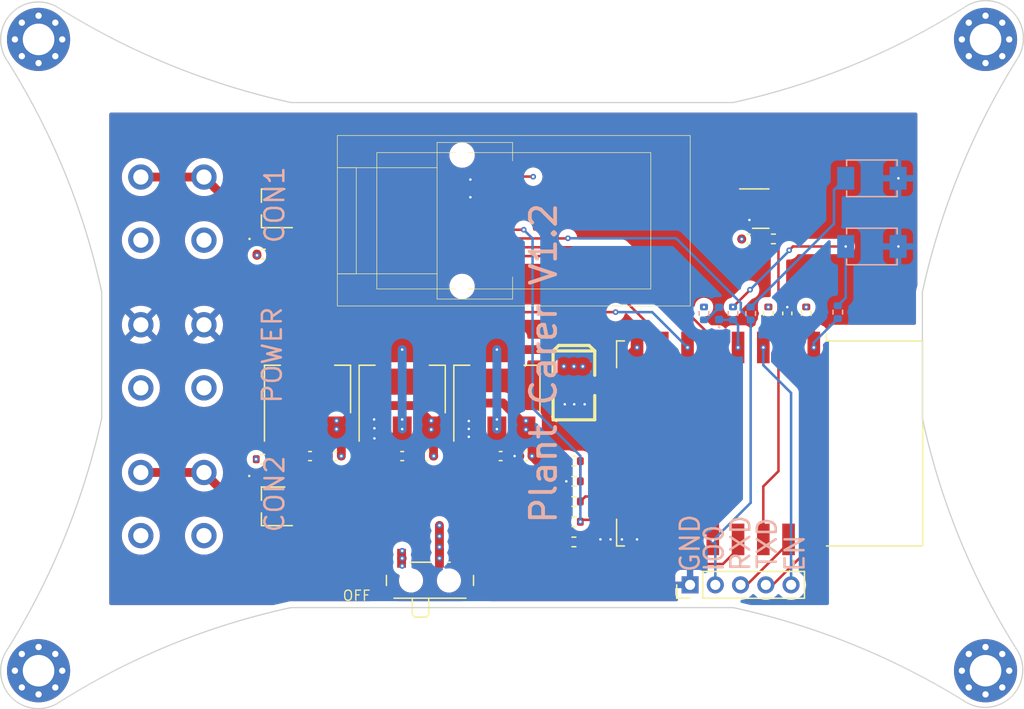
<source format=kicad_pcb>
(kicad_pcb (version 20211014) (generator pcbnew)
  (layers (0 "F.Cu" signal) (1 "In1.Cu" signal) (2 "In2.Cu" signal) (31 "B.Cu" signal) (34 "B.Paste" user) (35 "F.Paste" user) (36 "B.SilkS" user "B.Silkscreen") (37 "F.SilkS" user "F.Silkscreen") (38 "B.Mask" user) (39 "F.Mask" user) (44 "Edge.Cuts" user))
  (net 0 "")
  (net 1 "+3V3")
  (net 2 "GND")
  (net 3 "Net-(C11-Pad1)")
  (net 4 "/nRST")
  (net 5 "/control1")
  (net 6 "/GPIO16")
  (net 7 "Net-(D1-Pad2)")
  (net 8 "Net-(D2-Pad2)")
  (net 11 "/GPIO13")
  (net 12 "/GPIO14")
  (net 13 "/GPIO0")
  (net 14 "/GPIO2")
  (net 16 "Net-(J1-Pad11)")
  (net 17 "/RXD")
  (net 18 "/TXD")
  (net 19 "+BATT")
  (net 20 "/control")
  (net 21 "Net-(Q1-Pad1)")
  (net 22 "Net-(D3-Pad2)")
  (net 23 "/EN")
  (net 24 "/GPIO4")
  (net 25 "Net-(R5-Pad2)")
  (net 26 "Net-(R7-Pad2)")
  (net 27 "/GPIO15")
  (net 28 "/GPIO5")
  (net 29 "/ADC")
  (net 31 "/GPIO12")
  (net 38 "/POWER/ADC")
  (footprint "MountingHole:MountingHole_2.5mm_Pad_Via" (layer "F.Cu") (at 140 125)
    (fp_text reference "H2" hide)
    (fp_text value "MountingHole" hide)
    (pad "1" thru_hole circle (at -1.325825 1.325825) (size 0.8 0.8) (drill 0.5) (layers *.Cu *.Mask))
    (pad "1" thru_hole circle (at 1.875 0) (size 0.8 0.8) (drill 0.5) (layers *.Cu *.Mask))
    (pad "1" thru_hole circle (at -1.875 0) (size 0.8 0.8) (drill 0.5) (layers *.Cu *.Mask))
    (pad "1" thru_hole circle (at 0 -1.875) (size 0.8 0.8) (drill 0.5) (layers *.Cu *.Mask))
    (pad "1" thru_hole circle (at 0 1.875) (size 0.8 0.8) (drill 0.5) (layers *.Cu *.Mask))
    (pad "1" thru_hole circle (at 0 0) (size 5 5) (drill 2.5) (layers *.Cu *.Mask))
    (pad "1" thru_hole circle (at 1.325825 -1.325825) (size 0.8 0.8) (drill 0.5) (layers *.Cu *.Mask))
    (pad "1" thru_hole circle (at -1.325825 -1.325825) (size 0.8 0.8) (drill 0.5) (layers *.Cu *.Mask))
    (pad "1" thru_hole circle (at 1.325825 1.325825) (size 0.8 0.8) (drill 0.5) (layers *.Cu *.Mask))
  )
  (footprint "Resistor_SMD:R_0402_1005Metric" (layer "F.Cu") (at 122.8 96.7 90)
    (fp_text reference "R4" hide)
    (fp_text value "12K" hide)
    (pad "1" smd roundrect (at -0.51 0 90) (size 0.54 0.64) (layers "F.Cu" "F.Paste" "F.Mask") (net 23 "/EN"))
    (pad "2" smd roundrect (at 0.51 0 90) (size 0.54 0.64) (layers "F.Cu" "F.Paste" "F.Mask") (net 1 "+3V3"))
  )
  (footprint "My-lib-footprints:Connect_push_5mm" (layer "F.Cu") (at 75.6 88.4 -90)
    (fp_text reference "J3" hide)
    (fp_text value "Conn_01x02_Female" hide)
    (pad "1" thru_hole circle (at -2.5 2.5 270) (size 2 2) (drill 1.2) (layers *.Cu *.Mask) (net 5 "/control1"))
    (pad "1" thru_hole circle (at -2.5 -2.5 270) (size 2 2) (drill 1.2) (layers *.Cu *.Mask) (net 5 "/control1"))
    (pad "2" thru_hole circle (at 2.5 2.5 270) (size 2 2) (drill 1.2) (layers *.Cu *.Mask) (net 19 "+BATT"))
    (pad "2" thru_hole circle (at 2.5 -2.5 270) (size 2 2) (drill 1.2) (layers *.Cu *.Mask) (net 19 "+BATT"))
  )
  (footprint "Resistor_SMD:R_0402_1005Metric" (layer "F.Cu") (at 82.75 108.25)
    (fp_text reference "R11" hide)
    (fp_text value "12K" hide)
    (pad "1" smd roundrect (at -0.51 0) (size 0.54 0.64) (layers "F.Cu" "F.Paste" "F.Mask") (net 19 "+BATT"))
    (pad "2" smd roundrect (at 0.51 0) (size 0.54 0.64) (layers "F.Cu" "F.Paste" "F.Mask") (net 8 "Net-(D2-Pad2)"))
  )
  (footprint "Package_TO_SOT_SMD:SOT-223-3_TabPin2" (layer "F.Cu") (at 101.3 102.715 90)
    (fp_text reference "U1" hide)
    (fp_text value "AMS1117-3.3" hide)
    (pad "1" smd rect (at -3.15 -2.3 90) (size 2 1.5) (layers "F.Cu" "F.Paste" "F.Mask") (net 2 "GND"))
    (pad "2" smd rect (at 3.15 0 90) (size 2 3.8) (layers "F.Cu" "F.Paste" "F.Mask") (net 1 "+3V3"))
    (pad "2" smd rect (at -3.15 0 90) (size 2 1.5) (layers "F.Cu" "F.Paste" "F.Mask") (net 1 "+3V3"))
    (pad "3" smd rect (at -3.15 2.3 90) (size 2 1.5) (layers "F.Cu" "F.Paste" "F.Mask") (net 3 "Net-(C11-Pad1)"))
  )
  (footprint "Package_TO_SOT_SMD:TSOT-23" (layer "F.Cu") (at 83.6 112 180)
    (fp_text reference "Q4" hide)
    (fp_text value "Q_NMOS_GSD" hide)
    (pad "1" smd rect (at -1.31 -0.95 180) (size 1.22 0.65) (layers "F.Cu" "F.Paste" "F.Mask") (net 24 "/GPIO4"))
    (pad "2" smd rect (at -1.31 0.95 180) (size 1.22 0.65) (layers "F.Cu" "F.Paste" "F.Mask") (net 2 "GND"))
    (pad "3" smd rect (at 1.31 0 180) (size 1.22 0.65) (layers "F.Cu" "F.Paste" "F.Mask") (net 20 "/control"))
  )
  (footprint "Resistor_SMD:R_0402_1005Metric" (layer "F.Cu") (at 107.4 108.4 180)
    (fp_text reference "R15" hide)
    (fp_text value "330k" hide)
    (pad "1" smd roundrect (at -0.51 0 180) (size 0.54 0.64) (layers "F.Cu" "F.Paste" "F.Mask") (net 38 "/POWER/ADC"))
    (pad "2" smd roundrect (at 0.51 0 180) (size 0.54 0.64) (layers "F.Cu" "F.Paste" "F.Mask") (net 3 "Net-(C11-Pad1)"))
  )
  (footprint "RF_Module:ESP-12E" (layer "F.Cu") (at 122.9 107 -90)
    (fp_text reference "U2" hide)
    (fp_text value "ESP-12E" hide)
    (pad "1" smd rect (at -7.6 -3.5 270) (size 2.5 1) (layers "F.Cu" "F.Paste" "F.Mask") (net 4 "/nRST"))
    (pad "2" smd rect (at -7.6 -1.5 270) (size 2.5 1) (layers "F.Cu" "F.Paste" "F.Mask") (net 29 "/ADC"))
    (pad "3" smd rect (at -7.6 0.5 270) (size 2.5 1) (layers "F.Cu" "F.Paste" "F.Mask") (net 23 "/EN"))
    (pad "4" smd rect (at -7.6 2.5 270) (size 2.5 1) (layers "F.Cu" "F.Paste" "F.Mask") (net 6 "/GPIO16"))
    (pad "5" smd rect (at -7.6 4.5 270) (size 2.5 1) (layers "F.Cu" "F.Paste" "F.Mask") (net 12 "/GPIO14"))
    (pad "6" smd rect (at -7.6 6.5 270) (size 2.5 1) (layers "F.Cu" "F.Paste" "F.Mask") (net 31 "/GPIO12"))
    (pad "7" smd rect (at -7.6 8.5 270) (size 2.5 1) (layers "F.Cu" "F.Paste" "F.Mask") (net 11 "/GPIO13"))
    (pad "8" smd rect (at -7.6 10.5 270) (size 2.5 1) (layers "F.Cu" "F.Paste" "F.Mask") (net 1 "+3V3"))
    (pad "9" smd rect (at -5 12 270) (size 1 1.8) (layers "F.Cu" "F.Paste" "F.Mask"))
    (pad "10" smd rect (at -3 12 270) (size 1 1.8) (layers "F.Cu" "F.Paste" "F.Mask"))
    (pad "11" smd rect (at -1 12 270) (size 1 1.8) (layers "F.Cu" "F.Paste" "F.Mask"))
    (pad "12" smd rect (at 1 12 270) (size 1 1.8) (layers "F.Cu" "F.Paste" "F.Mask"))
    (pad "13" smd rect (at 3 12 270) (size 1 1.8) (layers "F.Cu" "F.Paste" "F.Mask"))
    (pad "14" smd rect (at 5 12 270) (size 1 1.8) (layers "F.Cu" "F.Paste" "F.Mask"))
    (pad "15" smd rect (at 7.6 10.5 270) (size 2.5 1) (layers "F.Cu" "F.Paste" "F.Mask") (net 2 "GND"))
    (pad "16" smd rect (at 7.6 8.5 270) (size 2.5 1) (layers "F.Cu" "F.Paste" "F.Mask") (net 27 "/GPIO15"))
    (pad "17" smd rect (at 7.6 6.5 270) (size 2.5 1) (layers "F.Cu" "F.Paste" "F.Mask") (net 14 "/GPIO2"))
    (pad "18" smd rect (at 7.6 4.5 270) (size 2.5 1) (layers "F.Cu" "F.Paste" "F.Mask") (net 13 "/GPIO0"))
    (pad "19" smd rect (at 7.6 2.5 270) (size 2.5 1) (layers "F.Cu" "F.Paste" "F.Mask") (net 24 "/GPIO4"))
    (pad "20" smd rect (at 7.6 0.5 270) (size 2.5 1) (layers "F.Cu" "F.Paste" "F.Mask") (net 28 "/GPIO5"))
    (pad "21" smd rect (at 7.6 -1.5 270) (size 2.5 1) (layers "F.Cu" "F.Paste" "F.Mask") (net 17 "/RXD"))
    (pad "22" smd rect (at 7.6 -3.5 270) (size 2.5 1) (layers "F.Cu" "F.Paste" "F.Mask") (net 18 "/TXD"))
  )
  (footprint "LED_SMD:LED_0402_1005Metric" (layer "F.Cu") (at 82.8 90.8)
    (fp_text reference "D3" hide)
    (fp_text value "led-white" hide)
    (pad "1" smd roundrect (at -0.485 0) (size 0.59 0.64) (layers "F.Cu" "F.Paste" "F.Mask") (net 5 "/control1"))
    (pad "2" smd roundrect (at 0.485 0) (size 0.59 0.64) (layers "F.Cu" "F.Paste" "F.Mask") (net 22 "Net-(D3-Pad2)"))
  )
  (footprint "LED_SMD:LED_0402_1005Metric" (layer "F.Cu") (at 82.775 109.575)
    (fp_text reference "D2" hide)
    (fp_text value "led-white" hide)
    (pad "1" smd roundrect (at -0.485 0) (size 0.59 0.64) (layers "F.Cu" "F.Paste" "F.Mask") (net 20 "/control"))
    (pad "2" smd roundrect (at 0.485 0) (size 0.59 0.64) (layers "F.Cu" "F.Paste" "F.Mask") (net 8 "Net-(D2-Pad2)"))
  )
  (footprint "Resistor_SMD:R_0402_1005Metric" (layer "F.Cu") (at 107.4 110)
    (fp_text reference "R14" hide)
    (fp_text value "100k" hide)
    (pad "1" smd roundrect (at -0.51 0) (size 0.54 0.64) (layers "F.Cu" "F.Paste" "F.Mask") (net 2 "GND"))
    (pad "2" smd roundrect (at 0.51 0) (size 0.54 0.64) (layers "F.Cu" "F.Paste" "F.Mask") (net 38 "/POWER/ADC"))
  )
  (footprint "My-lib-footprints:Connect_push_5mm" (layer "F.Cu") (at 75.6 111.8 -90)
    (fp_text reference "J5" hide)
    (fp_text value "Conn_01x02_Female" hide)
    (pad "1" thru_hole circle (at -2.5 -2.5 270) (size 2 2) (drill 1.2) (layers *.Cu *.Mask) (net 20 "/control"))
    (pad "1" thru_hole circle (at -2.5 2.5 270) (size 2 2) (drill 1.2) (layers *.Cu *.Mask) (net 20 "/control"))
    (pad "2" thru_hole circle (at 2.5 -2.5 270) (size 2 2) (drill 1.2) (layers *.Cu *.Mask) (net 19 "+BATT"))
    (pad "2" thru_hole circle (at 2.5 2.5 270) (size 2 2) (drill 1.2) (layers *.Cu *.Mask) (net 19 "+BATT"))
  )
  (footprint "My-lib-footprints:Connect_push_5mm" (layer "F.Cu") (at 75.6 100.1 90)
    (fp_text reference "J4" hide)
    (fp_text value "Conn_01x02_Female" hide)
    (pad "1" thru_hole circle (at -2.5 2.5 90) (size 2 2) (drill 1.2) (layers *.Cu *.Mask) (net 19 "+BATT"))
    (pad "1" thru_hole circle (at -2.5 -2.5 90) (size 2 2) (drill 1.2) (layers *.Cu *.Mask) (net 19 "+BATT"))
    (pad "2" thru_hole circle (at 2.5 2.5 90) (size 2 2) (drill 1.2) (layers *.Cu *.Mask) (net 2 "GND"))
    (pad "2" thru_hole circle (at 2.5 -2.5 90) (size 2 2) (drill 1.2) (layers *.Cu *.Mask) (net 2 "GND"))
  )
  (footprint "Resistor_SMD:R_0402_1005Metric" (layer "F.Cu") (at 107.4 111.6 180)
    (fp_text reference "R1" hide)
    (fp_text value "12K" hide)
    (pad "1" smd roundrect (at -0.51 0 180) (size 0.54 0.64) (layers "F.Cu" "F.Paste" "F.Mask") (net 13 "/GPIO0"))
    (pad "2" smd roundrect (at 0.51 0 180) (size 0.54 0.64) (layers "F.Cu" "F.Paste" "F.Mask") (net 1 "+3V3"))
  )
  (footprint "Capacitor_SMD:C_0402_1005Metric" (layer "F.Cu") (at 93.8 108)
    (fp_text reference "C10" hide)
    (fp_text value "10uf" hide)
    (pad "1" smd roundrect (at -0.48 0) (size 0.56 0.62) (layers "F.Cu" "F.Paste" "F.Mask") (net 1 "+3V3"))
    (pad "2" smd roundrect (at 0.48 0) (size 0.56 0.62) (layers "F.Cu" "F.Paste" "F.Mask") (net 2 "GND"))
  )
  (footprint "Capacitor_SMD:C_0402_1005Metric" (layer "F.Cu") (at 86.5 108)
    (fp_text reference "C8" hide)
    (fp_text value "10uf" hide)
    (pad "1" smd roundrect (at -0.48 0) (size 0.56 0.62) (layers "F.Cu" "F.Paste" "F.Mask") (net 1 "+3V3"))
    (pad "2" smd roundrect (at 0.48 0) (size 0.56 0.62) (layers "F.Cu" "F.Paste" "F.Mask") (net 2 "GND"))
  )
  (footprint "Resistor_SMD:R_0402_1005Metric" (layer "F.Cu") (at 107.4 113.2 180)
    (fp_text reference "R3" hide)
    (fp_text value "12K" hide)
    (pad "1" smd roundrect (at -0.51 0 180) (size 0.54 0.64) (layers "F.Cu" "F.Paste" "F.Mask") (net 14 "/GPIO2"))
    (pad "2" smd roundrect (at 0.51 0 180) (size 0.54 0.64) (layers "F.Cu" "F.Paste" "F.Mask") (net 1 "+3V3"))
  )
  (footprint "lc_lib:CASE-B_3528" (layer "F.Cu") (at 107.4 102.4 90)
    (fp_text reference "C1" hide)
    (fp_text value "100uf" hide)
    (pad "1" smd rect locked (at 1.5 0 270) (size 1.8 2.6) (layers "F.Cu" "F.Paste" "F.Mask") (net 1 "+3V3"))
    (pad "2" smd rect locked (at -1.5 0 270) (size 1.8 2.6) (layers "F.Cu" "F.Paste" "F.Mask") (net 2 "GND"))
  )
  (footprint "Package_TO_SOT_SMD:TSOT-23" (layer "F.Cu") (at 83.6 88.4 180)
    (fp_text reference "Q2" hide)
    (fp_text value "Q_NMOS_GSD" hide)
    (pad "1" smd rect (at -1.31 -0.95 180) (size 1.22 0.65) (layers "F.Cu" "F.Paste" "F.Mask") (net 31 "/GPIO12"))
    (pad "2" smd rect (at -1.31 0.95 180) (size 1.22 0.65) (layers "F.Cu" "F.Paste" "F.Mask") (net 2 "GND"))
    (pad "3" smd rect (at 1.31 0 180) (size 1.22 0.65) (layers "F.Cu" "F.Paste" "F.Mask") (net 5 "/control1"))
  )
  (footprint "Connector_PinHeader_2.00mm:PinHeader_1x05_P2.00mm_Vertical" (layer "F.Cu") (at 116.6 118.2 90)
    (fp_text reference "J2" hide)
    (fp_text value "TTL-connect-pin4" hide)
    (pad "1" thru_hole rect (at 0 0 90) (size 1.35 1.35) (drill 0.8) (layers *.Cu *.Mask) (net 2 "GND"))
    (pad "2" thru_hole oval (at 0 2 90) (size 1.35 1.35) (drill 0.8) (layers *.Cu *.Mask) (net 13 "/GPIO0"))
    (pad "3" thru_hole oval (at 0 4 90) (size 1.35 1.35) (drill 0.8) (layers *.Cu *.Mask) (net 17 "/RXD"))
    (pad "4" thru_hole oval (at 0 6 90) (size 1.35 1.35) (drill 0.8) (layers *.Cu *.Mask) (net 18 "/TXD"))
    (pad "5" thru_hole oval (at 0 8 90) (size 1.35 1.35) (drill 0.8) (layers *.Cu *.Mask) (net 23 "/EN"))
  )
  (footprint "My-lib-footprints:TFT_0.96_13_front" (layer "F.Cu") (at 88.6625 82.6125 -90)
    (fp_text reference "J1" hide)
    (fp_text value "TFT_0.96_13" hide)
    (pad "" np_thru_hole circle (at 1.55 -9.88 90) (size 1 1) (drill 1) (layers F&B.Cu *.Mask))
    (pad "" np_thru_hole circle (at 11.95 -9.88 90) (size 1 1) (drill 1) (layers F&B.Cu *.Mask))
    (pad "1" smd rect (at 10.95 -12.88 90) (size 0.2 2) (layers "F.Cu" "F.Paste" "F.Mask"))
    (pad "2" smd rect (at 10.25 -12.88 90) (size 0.2 2) (layers "F.Cu" "F.Paste" "F.Mask"))
    (pad "3" smd rect (at 9.55 -12.88 90) (size 0.2 2) (layers "F.Cu" "F.Paste" "F.Mask") (net 11 "/GPIO13"))
    (pad "4" smd rect (at 8.85 -12.88 90) (size 0.2 2) (layers "F.Cu" "F.Paste" "F.Mask") (net 12 "/GPIO14"))
    (pad "5" smd rect (at 8.15 -12.88 90) (size 0.2 2) (layers "F.Cu" "F.Paste" "F.Mask") (net 13 "/GPIO0"))
    (pad "6" smd rect (at 7.45 -12.88 90) (size 0.2 2) (layers "F.Cu" "F.Paste" "F.Mask") (net 14 "/GPIO2"))
    (pad "7" smd rect (at 6.75 -12.88 90) (size 0.2 2) (layers "F.Cu" "F.Paste" "F.Mask") (net 2 "GND"))
    (pad "8" smd rect (at 6.05 -12.88 90) (size 0.2 2) (layers "F.Cu" "F.Paste" "F.Mask") (net 2 "GND"))
    (pad "9" smd rect (at 5.35 -12.88 90) (size 0.2 2) (layers "F.Cu" "F.Paste" "F.Mask"))
    (pad "10" smd rect (at 4.65 -12.88 90) (size 0.2 2) (layers "F.Cu" "F.Paste" "F.Mask") (net 1 "+3V3"))
    (pad "11" smd rect (at 3.95 -12.88 90) (size 0.2 2) (layers "F.Cu" "F.Paste" "F.Mask") (net 16 "Net-(J1-Pad11)"))
    (pad "12" smd rect (at 3.25 -12.88 90) (size 0.2 2) (layers "F.Cu" "F.Paste" "F.Mask") (net 1 "+3V3"))
    (pad "13" smd rect (at 2.55 -12.88 90) (size 0.2 2) (layers "F.Cu" "F.Paste" "F.Mask") (net 2 "GND"))
  )
  (footprint "Capacitor_SMD:C_0402_1005Metric" (layer "F.Cu") (at 101.6 108)
    (fp_text reference "C2" hide)
    (fp_text value "10uf" hide)
    (pad "1" smd roundrect (at -0.48 0) (size 0.56 0.62) (layers "F.Cu" "F.Paste" "F.Mask") (net 1 "+3V3"))
    (pad "2" smd roundrect (at 0.48 0) (size 0.56 0.62) (layers "F.Cu" "F.Paste" "F.Mask") (net 2 "GND"))
  )
  (footprint "Capacitor_SMD:C_0402_1005Metric" (layer "F.Cu") (at 88.5 108 180)
    (fp_text reference "C9" hide)
    (fp_text value "10uf" hide)
    (pad "1" smd roundrect (at -0.48 0 180) (size 0.56 0.62) (layers "F.Cu" "F.Paste" "F.Mask") (net 3 "Net-(C11-Pad1)"))
    (pad "2" smd roundrect (at 0.48 0 180) (size 0.56 0.62) (layers "F.Cu" "F.Paste" "F.Mask") (net 2 "GND"))
  )
  (footprint "MountingHole:MountingHole_2.5mm_Pad_Via" (layer "F.Cu") (at 140 75)
    (fp_text reference "H4" hide)
    (fp_text value "MountingHole" hide)
    (pad "1" thru_hole circle (at 1.875 0) (size 0.8 0.8) (drill 0.5) (layers *.Cu *.Mask))
    (pad "1" thru_hole circle (at -1.325825 -1.325825) (size 0.8 0.8) (drill 0.5) (layers *.Cu *.Mask))
    (pad "1" thru_hole circle (at 1.325825 1.325825) (size 0.8 0.8) (drill 0.5) (layers *.Cu *.Mask))
    (pad "1" thru_hole circle (at -1.875 0) (size 0.8 0.8) (drill 0.5) (layers *.Cu *.Mask))
    (pad "1" thru_hole circle (at 0 1.875) (size 0.8 0.8) (drill 0.5) (layers *.Cu *.Mask))
    (pad "1" thru_hole circle (at 0 -1.875) (size 0.8 0.8) (drill 0.5) (layers *.Cu *.Mask))
    (pad "1" thru_hole circle (at 0 0) (size 5 5) (drill 2.5) (layers *.Cu *.Mask))
    (pad "1" thru_hole circle (at -1.325825 1.325825) (size 0.8 0.8) (drill 0.5) (layers *.Cu *.Mask))
    (pad "1" thru_hole circle (at 1.325825 -1.325825) (size 0.8 0.8) (drill 0.5) (layers *.Cu *.Mask))
  )
  (footprint "Resistor_SMD:R_0402_1005Metric" (layer "F.Cu") (at 82.8 92)
    (fp_text reference "R12" hide)
    (fp_text value "12K" hide)
    (pad "1" smd roundrect (at -0.51 0) (size 0.54 0.64) (layers "F.Cu" "F.Paste" "F.Mask") (net 19 "+BATT"))
    (pad "2" smd roundrect (at 0.51 0) (size 0.54 0.64) (layers "F.Cu" "F.Paste" "F.Mask") (net 22 "Net-(D3-Pad2)"))
  )
  (footprint "Resistor_SMD:R_0402_1005Metric" (layer "F.Cu") (at 107.4 114.8 180)
    (fp_text reference "R9" hide)
    (fp_text value "12K" hide)
    (pad "1" smd roundrect (at -0.51 0 180) (size 0.54 0.64) (layers "F.Cu" "F.Paste" "F.Mask") (net 27 "/GPIO15"))
    (pad "2" smd roundrect (at 0.51 0 180) (size 0.54 0.64) (layers "F.Cu" "F.Paste" "F.Mask") (net 2 "GND"))
  )
  (footprint "Capacitor_SMD:C_0402_1005Metric" (layer "F.Cu") (at 124.3 96.7 -90)
    (fp_text reference "C4" hide)
    (fp_text value "470pf" hide)
    (pad "1" smd roundrect (at -0.48 0 270) (size 0.56 0.62) (layers "F.Cu" "F.Paste" "F.Mask") (net 2 "GND"))
    (pad "2" smd roundrect (at 0.48 0 270) (size 0.56 0.62) (layers "F.Cu" "F.Paste" "F.Mask") (net 4 "/nRST"))
  )
  (footprint "Resistor_SMD:R_0402_1005Metric" (layer "F.Cu") (at 123.2 90.8 180)
    (fp_text reference "R10" hide)
    (fp_text value "1K" hide)
    (pad "1" smd roundrect (at -0.51 0 180) (size 0.54 0.64) (layers "F.Cu" "F.Paste" "F.Mask") (net 28 "/GPIO5"))
    (pad "2" smd roundrect (at 0.51 0 180) (size 0.54 0.64) (layers "F.Cu" "F.Paste" "F.Mask") (net 21 "Net-(Q1-Pad1)"))
  )
  (footprint "Package_TO_SOT_SMD:SOT-23" (layer "F.Cu") (at 122.2 88.4)
    (fp_text reference "Q1" hide)
    (fp_text value "S8050" hide)
    (pad "1" smd roundrect (at -0.9375 -0.95) (size 1.475 0.6) (layers "F.Cu" "F.Paste" "F.Mask") (net 21 "Net-(Q1-Pad1)"))
    (pad "2" smd roundrect (at -0.9375 0.95) (size 1.475 0.6) (layers "F.Cu" "F.Paste" "F.Mask") (net 2 "GND"))
    (pad "3" smd roundrect (at 0.9375 0) (size 1.475 0.6) (layers "F.Cu" "F.Paste" "F.Mask") (net 16 "Net-(J1-Pad11)"))
  )
  (footprint "Capacitor_SMD:C_0402_1005Metric" (layer "F.Cu") (at 95.8 108 180)
    (fp_text reference "C11" hide)
    (fp_text value "10uf" hide)
    (pad "1" smd roundrect (at -0.48 0 180) (size 0.56 0.62) (layers "F.Cu" "F.Paste" "F.Mask") (net 3 "Net-(C11-Pad1)"))
    (pad "2" smd roundrect (at 0.48 0 180) (size 0.56 0.62) (layers "F.Cu" "F.Paste" "F.Mask") (net 2 "GND"))
  )
  (footprint "Resistor_SMD:R_0402_1005Metric" (layer "F.Cu") (at 121.2 90.8)
    (fp_text reference "R13" hide)
    (fp_text value "12K" hide)
    (pad "1" smd roundrect (at -0.51 0) (size 0.54 0.64) (layers "F.Cu" "F.Paste" "F.Mask") (net 1 "+3V3"))
    (pad "2" smd roundrect (at 0.51 0) (size 0.54 0.64) (layers "F.Cu" "F.Paste" "F.Mask") (net 21 "Net-(Q1-Pad1)"))
  )
  (footprint "Package_TO_SOT_SMD:SOT-223-3_TabPin2" (layer "F.Cu") (at 86.3 102.715 90)
    (fp_text reference "U4" hide)
    (fp_text value "AMS1117-3.3" hide)
    (pad "1" smd rect (at -3.15 -2.3 90) (size 2 1.5) (layers "F.Cu" "F.Paste" "F.Mask") (net 2 "GND"))
    (pad "2" smd rect (at 3.15 0 90) (size 2 3.8) (layers "F.Cu" "F.Paste" "F.Mask") (net 1 "+3V3"))
    (pad "2" smd rect (at -3.15 0 90) (size 2 1.5) (layers "F.Cu" "F.Paste" "F.Mask") (net 1 "+3V3"))
    (pad "3" smd rect (at -3.15 2.3 90) (size 2 1.5) (layers "F.Cu" "F.Paste" "F.Mask") (net 3 "Net-(C11-Pad1)"))
  )
  (footprint "Resistor_SMD:R_0402_1005Metric" (layer "F.Cu") (at 125.8 96.7 90)
    (fp_text reference "R8" hide)
    (fp_text value "12K" hide)
    (pad "1" smd roundrect (at -0.51 0 90) (size 0.54 0.64) (layers "F.Cu" "F.Paste" "F.Mask") (net 4 "/nRST"))
    (pad "2" smd roundrect (at 0.51 0 90) (size 0.54 0.64) (layers "F.Cu" "F.Paste" "F.Mask") (net 1 "+3V3"))
  )
  (footprint "Button_Switch_SMD:SW_SPDT_PCM12" (layer "F.Cu") (at 96 117.525)
    (fp_text reference "SW1" hide)
    (fp_text value "SW_DPDT_x2" hide)
    (pad "" smd rect (at 3.65 -0.78) (size 1 0.8) (layers "F.Cu" "F.Paste" "F.Mask"))
    (pad "" smd rect (at -3.65 1.43) (size 1 0.8) (layers "F.Cu" "F.Paste" "F.Mask"))
    (pad "" smd rect (at 3.65 1.43) (size 1 0.8) (layers "F.Cu" "F.Paste" "F.Mask"))
    (pad "" np_thru_hole circle (at -1.5 0.33) (size 0.9 0.9) (drill 0.9) (layers *.Cu *.Mask))
    (pad "" smd rect (at -3.65 -0.78) (size 1 0.8) (layers "F.Cu" "F.Paste" "F.Mask"))
    (pad "" np_thru_hole circle (at 1.5 0.33) (size 0.9 0.9) (drill 0.9) (layers *.Cu *.Mask))
    (pad "1" smd rect (at -2.25 -1.43) (size 0.7 1.5) (layers "F.Cu" "F.Paste" "F.Mask") (net 19 "+BATT"))
    (pad "2" smd rect (at 0.75 -1.43) (size 0.7 1.5) (layers "F.Cu" "F.Paste" "F.Mask") (net 3 "Net-(C11-Pad1)"))
    (pad "3" smd rect (at 2.25 -1.43) (size 0.7 1.5) (layers "F.Cu" "F.Paste" "F.Mask"))
  )
  (footprint "Capacitor_SMD:C_0402_1005Metric" (layer "F.Cu") (at 103.6 108 180)
    (fp_text reference "C3" hide)
    (fp_text value "10uf" hide)
    (pad "1" smd roundrect (at -0.48 0 180) (size 0.56 0.62) (layers "F.Cu" "F.Paste" "F.Mask") (net 3 "Net-(C11-Pad1)"))
    (pad "2" smd roundrect (at 0.48 0 180) (size 0.56 0.62) (layers "F.Cu" "F.Paste" "F.Mask") (net 2 "GND"))
  )
  (footprint "MountingHole:MountingHole_2.5mm_Pad_Via" (layer "F.Cu") (at 65 75)
    (fp_text reference "H1" hide)
    (fp_text value "MountingHole" hide)
    (pad "1" thru_hole circle (at 1.325825 1.325825) (size 0.8 0.8) (drill 0.5) (layers *.Cu *.Mask))
    (pad "1" thru_hole circle (at -1.325825 -1.325825) (size 0.8 0.8) (drill 0.5) (layers *.Cu *.Mask))
    (pad "1" thru_hole circle (at -1.325825 1.325825) (size 0.8 0.8) (drill 0.5) (layers *.Cu *.Mask))
    (pad "1" thru_hole circle (at 1.325825 -1.325825) (size 0.8 0.8) (drill 0.5) (layers *.Cu *.Mask))
    (pad "1" thru_hole circle (at 1.875 0) (size 0.8 0.8) (drill 0.5) (layers *.Cu *.Mask))
    (pad "1" thru_hole circle (at 0 1.875) (size 0.8 0.8) (drill 0.5) (layers *.Cu *.Mask))
    (pad "1" thru_hole circle (at 0 0) (size 5 5) (drill 2.5) (layers *.Cu *.Mask))
    (pad "1" thru_hole circle (at 0 -1.875) (size 0.8 0.8) (drill 0.5) (layers *.Cu *.Mask))
    (pad "1" thru_hole circle (at -1.875 0) (size 0.8 0.8) (drill 0.5) (layers *.Cu *.Mask))
  )
  (footprint "Package_TO_SOT_SMD:SOT-223-3_TabPin2" (layer "F.Cu") (at 93.8 102.715 90)
    (fp_text reference "U5" hide)
    (fp_text value "AMS1117-3.3" hide)
    (pad "1" smd rect (at -3.15 -2.3 90) (size 2 1.5) (layers "F.Cu" "F.Paste" "F.Mask") (net 2 "GND"))
    (pad "2" smd rect (at 3.15 0 90) (size 2 3.8) (layers "F.Cu" "F.Paste" "F.Mask") (net 1 "+3V3"))
    (pad "2" smd rect (at -3.15 0 90) (size 2 1.5) (layers "F.Cu" "F.Paste" "F.Mask") (net 1 "+3V3"))
    (pad "3" smd rect (at -3.15 2.3 90) (size 2 1.5) (layers "F.Cu" "F.Paste" "F.Mask") (net 3 "Net-(C11-Pad1)"))
  )
  (footprint "MountingHole:MountingHole_2.5mm_Pad_Via" (layer "F.Cu") (at 65 125)
    (fp_text reference "H3" hide)
    (fp_text value "MountingHole" hide)
    (pad "1" thru_hole circle (at -1.325825 -1.325825) (size 0.8 0.8) (drill 0.5) (layers *.Cu *.Mask))
    (pad "1" thru_hole circle (at 0 0) (size 5 5) (drill 2.5) (layers *.Cu *.Mask))
    (pad "1" thru_hole circle (at 1.325825 1.325825) (size 0.8 0.8) (drill 0.5) (layers *.Cu *.Mask))
    (pad "1" thru_hole circle (at 0 -1.875) (size 0.8 0.8) (drill 0.5) (layers *.Cu *.Mask))
    (pad "1" thru_hole circle (at -1.325825 1.325825) (size 0.8 0.8) (drill 0.5) (layers *.Cu *.Mask))
    (pad "1" thru_hole circle (at -1.875 0) (size 0.8 0.8) (drill 0.5) (layers *.Cu *.Mask))
    (pad "1" thru_hole circle (at 1.875 0) (size 0.8 0.8) (drill 0.5) (layers *.Cu *.Mask))
    (pad "1" thru_hole circle (at 0 1.875) (size 0.8 0.8) (drill 0.5) (layers *.Cu *.Mask))
    (pad "1" thru_hole circle (at 1.325825 -1.325825) (size 0.8 0.8) (drill 0.5) (layers *.Cu *.Mask))
  )
  (footprint "Resistor_SMD:R_0402_1005Metric" (layer "B.Cu") (at 128.3 96.6 90)
    (fp_text reference "R6" hide)
    (fp_text value "470" hide)
    (pad "1" smd roundrect (at -0.51 0 90) (size 0.54 0.64) (layers "B.Cu" "B.Paste" "B.Mask") (net 4 "/nRST"))
    (pad "2" smd roundrect (at 0.51 0 90) (size 0.54 0.64) (layers "B.Cu" "B.Paste" "B.Mask") (net 25 "Net-(R5-Pad2)"))
  )
  (footprint "My-lib-footprints:Button_SMD,3x4x2mm" (layer "B.Cu") (at 131 91.4)
    (fp_text reference "SW2" hide)
    (fp_text value "SW_Push" hide)
    (pad "1" smd rect (at -2.075 0) (size 1.35 1.8) (property pad_prop_bga) (layers "B.Cu" "B.Paste" "B.Mask") (net 25 "Net-(R5-Pad2)"))
    (pad "2" smd rect (at 2.075 0) (size 1.35 1.8) (property pad_prop_bga) (layers "B.Cu" "B.Paste" "B.Mask") (net 2 "GND"))
  )
  (footprint "Resistor_SMD:R_0402_1005Metric" (layer "B.Cu") (at 117.7 96.7 -90)
    (fp_text reference "R2" hide)
    (fp_text value "470" hide)
    (pad "1" smd roundrect (at -0.51 0 270) (size 0.54 0.64) (layers "B.Cu" "B.Paste" "B.Mask") (net 1 "+3V3"))
    (pad "2" smd roundrect (at 0.51 0 270) (size 0.54 0.64) (layers "B.Cu" "B.Paste" "B.Mask") (net 7 "Net-(D1-Pad2)"))
  )
  (footprint "Resistor_SMD:R_0402_1005Metric" (layer "B.Cu") (at 120 96.7 90)
    (fp_text reference "R5" hide)
    (fp_text value "0" hide)
    (pad "1" smd roundrect (at -0.51 0 90) (size 0.54 0.64) (layers "B.Cu" "B.Paste" "B.Mask") (net 6 "/GPIO16"))
    (pad "2" smd roundrect (at 0.51 0 90) (size 0.54 0.64) (layers "B.Cu" "B.Paste" "B.Mask") (net 25 "Net-(R5-Pad2)"))
  )
  (footprint "Resistor_SMD:R_0402_1005Metric" (layer "B.Cu") (at 121.4 96.71 90)
    (fp_text reference "R7" hide)
    (fp_text value "470" hide)
    (pad "1" smd roundrect (at -0.51 0 90) (size 0.54 0.64) (layers "B.Cu" "B.Paste" "B.Mask") (net 13 "/GPIO0"))
    (pad "2" smd roundrect (at 0.51 0 90) (size 0.54 0.64) (layers "B.Cu" "B.Paste" "B.Mask") (net 26 "Net-(R7-Pad2)"))
  )
  (footprint "LED_SMD:LED_0402_1005Metric" (layer "B.Cu") (at 118.9 96.7 90)
    (fp_text reference "D1" hide)
    (fp_text value "led-white" hide)
    (pad "1" smd roundrect (at -0.485 0 90) (size 0.59 0.64) (layers "B.Cu" "B.Paste" "B.Mask") (net 6 "/GPIO16"))
    (pad "2" smd roundrect (at 0.485 0 90) (size 0.59 0.64) (layers "B.Cu" "B.Paste" "B.Mask") (net 7 "Net-(D1-Pad2)"))
  )
  (footprint "My-lib-footprints:Button_SMD,3x4x2mm" (layer "B.Cu") (at 131 86)
    (fp_text reference "SW3" hide)
    (fp_text value "SW_Push" hide)
    (pad "1" smd rect (at -2.075 0) (size 1.35 1.8) (property pad_prop_bga) (layers "B.Cu" "B.Paste" "B.Mask") (net 26 "Net-(R7-Pad2)"))
    (pad "2" smd rect (at 2.075 0) (size 1.35 1.8) (property pad_prop_bga) (layers "B.Cu" "B.Paste" "B.Mask") (net 2 "GND"))
  )
  (gr_arc (start 135 95) (mid 137.968928 85.442052) (end 142.521387 76.528914) (layer "Edge.Cuts") (width 0.1))
  (gr_line (start 70 95) (end 70 105) (layer "Edge.Cuts") (width 0.1))
  (gr_arc (start 138.296855 72.477325) (mid 129.477502 77.039046) (end 120 80) (layer "Edge.Cuts") (width 0.1))
  (gr_arc (start 70 105) (mid 67.025977 114.523188) (end 62.474414 123.401205) (layer "Edge.Cuts") (width 0.1))
  (gr_arc (start 85 80) (mid 75.479523 77.045321) (end 66.600885 72.513281) (layer "Edge.Cuts") (width 0.1))
  (gr_arc (start 66.698946 127.452794) (mid 75.523455 122.92583) (end 85 120) (layer "Edge.Cuts") (width 0.1))
  (gr_arc (start 142.4 123.2) (mid 142.119886 126.986482) (end 138.348411 127.424532) (layer "Edge.Cuts") (width 0.1))
  (gr_arc (start 62.549296 76.737813) (mid 62.82941 72.951331) (end 66.600885 72.513281) (layer "Edge.Cuts") (width 0.1))
  (gr_arc (start 66.698946 127.452794) (mid 62.912463 127.17268) (end 62.474414 123.401205) (layer "Edge.Cuts") (width 0.1))
  (gr_arc (start 138.296855 72.477325) (mid 142.083337 72.757439) (end 142.521387 76.528914) (layer "Edge.Cuts") (width 0.1))
  (gr_arc (start 142.4 123.2) (mid 137.903852 114.423708) (end 135 105) (layer "Edge.Cuts") (width 0.1))
  (gr_line (start 135 95) (end 135 105) (layer "Edge.Cuts") (width 0.1))
  (gr_line (start 85 80) (end 120 80) (layer "Edge.Cuts") (width 0.1))
  (gr_line (start 120 120) (end 85 120) (layer "Edge.Cuts") (width 0.1))
  (gr_arc (start 120 120) (mid 129.492459 122.92576) (end 138.348411 127.424532) (layer "Edge.Cuts") (width 0.1))
  (gr_arc (start 62.549296 76.737813) (mid 67.073516 85.54298) (end 70 95) (layer "Edge.Cuts") (width 0.1))
  (gr_text "CON1" (at 83.7 88.1 90) (layer "B.SilkS") (effects (font (size 1.5 1.5) (thickness 0.2))))
  (gr_text "IO0" (at 118.5 115.3 90) (layer "B.SilkS") (effects (font (size 1.5 1.5) (thickness 0.2))))
  (gr_text "RXD\n" (at 120.6 114.9 90) (layer "B.SilkS") (effects (font (size 1.5 1.5) (thickness 0.2))))
  (gr_text "TXD\n" (at 122.7 114.9 90) (layer "B.SilkS") (effects (font (size 1.5 1.5) (thickness 0.2))))
  (gr_text "GND\n" (at 116.6 114.9 90) (layer "B.SilkS") (effects (font (size 1.5 1.5) (thickness 0.2))))
  (gr_text "Plant Carer V1.2" (at 105 100.65 90) (layer "B.SilkS") (effects (font (size 2 2) (thickness 0.3))))
  (gr_text "CON2" (at 83.7 111 90) (layer "B.SilkS") (effects (font (size 1.5 1.5) (thickness 0.2))))
  (gr_text "POWER\n" (at 83.5 100 90) (layer "B.SilkS") (effects (font (size 1.5 1.5) (thickness 0.2))))
  (gr_text "EN\n" (at 124.9 115.7 90) (layer "B.SilkS") (effects (font (size 1.5 1.5) (thickness 0.2))))
  (gr_text "OFF\n" (at 90.2 119.05) (layer "F.SilkS") (effects (font (size 0.8 0.8) (thickness 0.1))))
  (segment (start 100.6425 85.8625) (end 100.1 86.405) (width 0.2) (layer "F.Cu") (net 1))
  (segment (start 101.12 106.045) (end 101.3 105.865) (width 0.4) (layer "F.Cu") (net 1))
  (segment (start 104.607004 111.6) (end 106.89 111.6) (width 0.4) (layer "F.Cu") (net 1))
  (segment (start 104.1625 85.8625) (end 104.175 85.875) (width 0.2) (layer "F.Cu") (net 1))
  (segment (start 100.1 86.819022) (end 100.543478 87.2625) (width 0.2) (layer "F.Cu") (net 1))
  (segment (start 86.3 99.565) (end 93.8 99.565) (width 0.7) (layer "F.Cu") (net 1))
  (segment (start 107.4 100.9) (end 106.606059 100.9) (width 0.7) (layer "F.Cu") (net 1))
  (segment (start 122.8 96.19) (end 122.8 96.2) (width 0.2) (layer "F.Cu") (net 1))
  (segment (start 86.3 105.865) (end 86.3 99.565) (width 0.7) (layer "F.Cu") (net 1))
  (segment (start 107.4 100.9) (end 108.1 100.9) (width 0.7) (layer "F.Cu") (net 1))
  (segment (start 101.3 99.565) (end 106.065 99.565) (width 0.7) (layer "F.Cu") (net 1))
  (segment (start 93.32 106.28) (end 93.8 105.8) (width 0.4) (layer "F.Cu") (net 1))
  (segment (start 93.32 106.345) (end 93.8 105.865) (width 0.7) (layer "F.Cu") (net 1))
  (segment (start 101.12 108) (end 101.12 106.045) (width 0.4) (layer "F.Cu") (net 1))
  (segment (start 100.543478 87.2625) (end 101.5425 87.2625) (width 0.2) (layer "F.Cu") (net 1))
  (segment (start 120.69 90.816604) (end 120.690742 90.817346) (width 0.7) (layer "F.Cu") (net 1))
  (segment (start 101.5425 85.8625) (end 100.6425 85.8625) (width 0.2) (layer "F.Cu") (net 1))
  (segment (start 120.69 90.8) (end 120.69 90.816604) (width 0.7) (layer "F.Cu") (net 1))
  (segment (start 110.9 100.9) (end 112.4 99.4) (width 0.7) (layer "F.Cu") (net 1))
  (segment (start 101.5425 85.8625) (end 104.1625 85.8625) (width 0.2) (layer "F.Cu") (net 1))
  (segment (start 101.12 108.112996) (end 104.607004 111.6) (width 0.4) (layer "F.Cu") (net 1))
  (segment (start 93.8 99.565) (end 101.3 99.565) (width 0.7) (layer "F.Cu") (net 1))
  (segment (start 86.02 108) (end 86.02 106.145) (width 0.4) (layer "F.Cu") (net 1))
  (segment (start 106.89 113.2) (end 106.89 111.6) (width 0.4) (layer "F.Cu") (net 1))
  (segment (start 93.32 108) (end 93.32 106.345) (width 0.7) (layer "F.Cu") (net 1))
  (segment (start 108.1 100.9) (end 110.9 100.9) (width 0.7) (layer "F.Cu") (net 1))
  (segment (start 101.12 108) (end 101.12 108.112996) (width 0.4) (layer "F.Cu") (net 1))
  (segment (start 106.606059 100.9) (end 106.599008 100.892949) (width 0.7) (layer "F.Cu") (net 1))
  (segment (start 106.065 99.565) (end 107.4 100.9) (width 0.7) (layer "F.Cu") (net 1))
  (segment (start 100.1 86.405) (end 100.1 86.819022) (width 0.2) (layer "F.Cu") (net 1))
  (segment (start 125.8 96.19) (end 125.8 96.2) (width 0.2) (layer "F.Cu") (net 1))
  (via (at 107.4 100.9) (size 0.45) (drill 0.2) (layers "F.Cu" "B.Cu") (net 1))
  (via (at 122.8 96.2) (size 0.45) (drill 0.2) (layers "F.Cu" "B.Cu") (net 1))
  (via (at 93.8 105.1) (size 0.45) (drill 0.2) (layers "F.Cu" "B.Cu") (net 1))
  (via (at 93.8 105.865) (size 0.45) (drill 0.2) (layers "F.Cu" "B.Cu") (net 1))
  (via (at 125.8 96.2) (size 0.45) (drill 0.2) (layers "F.Cu" "B.Cu") (net 1))
  (via (at 93.8 99.565) (size 0.45) (drill 0.2) (layers "F.Cu" "B.Cu") (net 1))
  (via (at 104.175 85.875) (size 0.45) (drill 0.2) (layers "F.Cu" "B.Cu") (net 1))
  (via (at 112.4 99.4) (size 0.45) (drill 0.2) (layers "F.Cu" "B.Cu") (net 1))
  (via (at 101.3 105.1) (size 0.45) (drill 0.2) (layers "F.Cu" "B.Cu") (net 1))
  (via (at 101.3 105.865) (size 0.45) (drill 0.2) (layers "F.Cu" "B.Cu") (net 1))
  (via (at 120.690742 90.817346) (size 0.45) (drill 0.2) (layers "F.Cu" "B.Cu") (net 1))
  (via (at 108.1 100.9) (size 0.45) (drill 0.2) (layers "F.Cu" "B.Cu") (net 1))
  (via (at 106.599008 100.892949) (size 0.45) (drill 0.2) (layers "F.Cu" "B.Cu") (net 1))
  (via (at 117.7 96.2) (size 0.45) (drill 0.2) (layers "F.Cu" "B.Cu") (net 1))
  (via (at 101.3 99.565) (size 0.45) (drill 0.2) (layers "F.Cu" "B.Cu") (net 1))
  (segment (start 117.7 96.19) (end 117.7 96.2) (width 0.2) (layer "B.Cu") (net 1))
  (segment (start 101.3 105.865) (end 101.3 99.565) (width 0.7) (layer "B.Cu") (net 1))
  (segment (start 93.8 105.865) (end 93.8 99.565) (width 0.7) (layer "B.Cu") (net 1))
  (segment (start 106.89 110) (end 106.8 110) (width 0.7) (layer "F.Cu") (net 2))
  (segment (start 102.08 108) (end 102.7 108) (width 0.7) (layer "F.Cu") (net 2))
  (segment (start 99.2 87.5) (end 99.2 86.1) (width 0.2) (layer "F.Cu") (net 2))
  (segment (start 124.3 96.22) (end 124.3 96.2) (width 0.2) (layer "F.Cu") (net 2))
  (segment (start 101.5425 89.3625) (end 101.5425 88.6625) (width 0.2) (layer "F.Cu") (net 2))
  (segment (start 107.4 103.9) (end 107.425 103.9) (width 0.2) (layer "F.Cu") (net 2))
  (segment (start 99 105.865) (end 99.06 105.865) (width 0.2) (layer "F.Cu") (net 2))
  (segment (start 101.5425 88.6625) (end 100.3625 88.6625) (width 0.2) (layer "F.Cu") (net 2))
  (segment (start 121.2625 89.3375) (end 121.3 89.3) (width 0.7) (layer "F.Cu") (net 2))
  (segment (start 99.06 105.865) (end 99.075 105.85) (width 0.2) (layer "F.Cu") (net 2))
  (segment (start 101.5425 85.1625) (end 100.1375 85.1625) (width 0.2) (layer "F.Cu") (net 2))
  (segment (start 100.1375 85.1625) (end 99.2 86.1) (width 0.2) (layer "F.Cu") (net 2))
  (segment (start 103.12 108) (end 102.7 108) (width 0.7) (layer "F.Cu") (net 2))
  (segment (start 100.3625 88.6625) (end 99.2 87.5) (width 0.2) (layer "F.Cu") (net 2))
  (segment (start 91.5 105.865) (end 91.535 105.865) (width 0.2) (layer "F.Cu") (net 2))
  (segment (start 121.2625 89.35) (end 121.2625 89.3375) (width 0.7) (layer "F.Cu") (net 2))
  (segment (start 91.535 105.865) (end 91.6 105.8) (width 0.2) (layer "F.Cu") (net 2))
  (via (at 107.425 103.9) (size 0.45) (drill 0.2) (layers "F.Cu" "B.Cu") (net 2))
  (via (at 99.075 105.85) (size 0.45) (drill 0.2) (layers "F.Cu" "B.Cu") (net 2))
  (via (at 106.675 103.9) (size 0.45) (drill 0.2) (layers "F.Cu" "B.Cu") (net 2))
  (via (at 112.4 114.6) (size 0.45) (drill 0.2) (layers "F.Cu" "B.Cu") (net 2))
  (via (at 99.075 105.225) (size 0.45) (drill 0.2) (layers "F.Cu" "B.Cu") (net 2))
  (via (at 109.5 114.6) (size 0.45) (drill 0.2) (layers "F.Cu" "B.Cu") (net 2))
  (via (at 133.1 86) (size 0.45) (drill 0.2) (layers "F.Cu" "B.Cu") (net 2))
  (via (at 99.2 86.1) (size 0.45) (drill 0.2) (layers "F.Cu" "B.Cu") (net 2))
  (via (at 91.575 105.1) (size 0.45) (drill 0.2) (layers "F.Cu" "B.Cu") (net 2))
  (via (at 99.075 106.475) (size 0.45) (drill 0.2) (layers "F.Cu" "B.Cu") (net 2))
  (via (at 91.6 105.8) (size 0.45) (drill 0.2) (layers "F.Cu" "B.Cu") (net 2))
  (via (at 111.2 114.6) (size 0.45) (drill 0.2) (layers "F.Cu" "B.Cu") (net 2))
  (via (at 91.6 106.6) (size 0.45) (drill 0.2) (layers "F.Cu" "B.Cu") (net 2))
  (via (at 99.2 87.5) (size 0.45) (drill 0.2) (layers "F.Cu" "B.Cu") (net 2))
  (via (at 108.25 103.9) (size 0.45) (drill 0.2) (layers "F.Cu" "B.Cu") (net 2))
  (via (at 106.8 110) (size 0.45) (drill 0.2) (layers "F.Cu" "B.Cu") (net 2))
  (via (at 110.3 114.6) (size 0.45) (drill 0.2) (layers "F.Cu" "B.Cu") (net 2))
  (via (at 102.7 108) (size 0.45) (drill 0.2) (layers "F.Cu" "B.Cu") (net 2))
  (via (at 121.3 89.3) (size 0.45) (drill 0.2) (layers "F.Cu" "B.Cu") (net 2))
  (via (at 133.1 91.4) (size 0.45) (drill 0.2) (layers "F.Cu" "B.Cu") (net 2))
  (via (at 124.3 96.2) (size 0.45) (drill 0.2) (layers "F.Cu" "B.Cu") (net 2))
  (segment (start 133.075 86) (end 133.1 86) (width 0.7) (layer "B.Cu") (net 2))
  (segment (start 133.075 91.4) (end 133.1 91.4) (width 0.7) (layer "B.Cu") (net 2))
  (segment (start 96.1 105.865) (end 96.1 105.315978) (width 0.7) (layer "F.Cu") (net 3))
  (segment (start 88.98 108) (end 88.98 106.245) (width 0.7) (layer "F.Cu") (net 3))
  (segment (start 104.48 108.4) (end 104.08 108) (width 0.7) (layer "F.Cu") (net 3))
  (segment (start 104.08 106.345) (end 103.6 105.865) (width 0.7) (layer "F.Cu") (net 3))
  (segment (start 88.98 106.245) (end 88.6 105.865) (width 0.7) (layer "F.Cu") (net 3))
  (segment (start 90.465 104) (end 88.6 105.865) (width 0.7) (layer "F.Cu") (net 3))
  (segment (start 96.28 108) (end 96.28 106.045) (width 0.7) (layer "F.Cu") (net 3))
  (segment (start 98.165 103.8) (end 96.1 105.865) (width 0.7) (layer "F.Cu") (net 3))
  (segment (start 103.6 105.615) (end 101.785 103.8) (width 0.7) (layer "F.Cu") (net 3))
  (segment (start 96.1 105.865) (end 96.1 105.9) (width 0.7) (layer "F.Cu") (net 3))
  (segment (start 103.6 105.865) (end 103.6 105.615) (width 0.7) (layer "F.Cu") (net 3))
  (segment (start 96.28 108) (end 96.3 108) (width 0.7) (layer "F.Cu") (net 3))
  (segment (start 103.6 105.865) (end 103.6 105.9) (width 0.7) (layer "F.Cu") (net 3))
  (segment (start 101.785 103.8) (end 98.165 103.8) (width 0.7) (layer "F.Cu") (net 3))
  (segment (start 96.75 113.490149) (end 96.75 116.095) (width 0.7) (layer "F.Cu") (net 3))
  (segment (start 96.1 105.315978) (end 94.784022 104) (width 0.7) (layer "F.Cu") (net 3))
  (segment (start 104.08 108) (end 104.08 106.345) (width 0.7) (layer "F.Cu") (net 3))
  (segment (start 96.28 106.045) (end 96.1 105.865) (width 0.7) (layer "F.Cu") (net 3))
  (segment (start 94.784022 104) (end 90.465 104) (width 0.7) (layer "F.Cu") (net 3))
  (segment (start 106.89 108.4) (end 104.48 108.4) (width 0.7) (layer "F.Cu") (net 3))
  (via (at 96.75 115.2) (size 0.45) (drill 0.2) (layers "F.Cu" "B.Cu") (net 3))
  (via (at 88.6 105.2) (size 0.45) (drill 0.2) (layers "F.Cu" "B.Cu") (net 3))
  (via (at 103.6 105.9) (size 0.45) (drill 0.2) (layers "F.Cu" "B.Cu") (net 3))
  (via (at 104.08 108) (size 0.45) (drill 0.2) (layers "F.Cu" "B.Cu") (net 3))
  (via (at 96.1 105.9) (size 0.45) (drill 0.2) (layers "F.Cu" "B.Cu") (net 3))
  (via (at 88.6 105.865) (size 0.45) (drill 0.2) (layers "F.Cu" "B.Cu") (net 3))
  (via (at 96.1 105.2) (size 0.45) (drill 0.2) (layers "F.Cu" "B.Cu") (net 3))
  (via (at 96.75 113.490149) (size 0.45) (drill 0.2) (layers "F.Cu" "B.Cu") (net 3))
  (via (at 96.75 114.35) (size 0.45) (drill 0.2) (layers "F.Cu" "B.Cu") (net 3))
  (via (at 88.98 108) (size 0.45) (drill 0.2) (layers "F.Cu" "B.Cu") (net 3))
  (via (at 96.3 108) (size 0.45) (drill 0.2) (layers "F.Cu" "B.Cu") (net 3))
  (via (at 103.6 105.2) (size 0.45) (drill 0.2) (layers "F.Cu" "B.Cu") (net 3))
  (via (at 96.75 116.095) (size 0.45) (drill 0.2) (layers "F.Cu" "B.Cu") (net 3))
  (segment (start 126.4 97.81) (end 125.8 97.21) (width 0.2) (layer "F.Cu") (net 4))
  (segment (start 125.77 97.18) (end 125.8 97.21) (width 0.2) (layer "F.Cu") (net 4))
  (segment (start 126.4 99.4) (end 126.4 97.81) (width 0.2) (layer "F.Cu") (net 4))
  (segment (start 124.3 97.18) (end 125.77 97.18) (width 0.2) (layer "F.Cu") (net 4))
  (via (at 126.4 99.4) (size 0.45) (drill 0.2) (layers "F.Cu" "B.Cu") (net 4))
  (segment (start 126.4 99.01) (end 126.4 99.4) (width 0.2) (layer "B.Cu") (net 4))
  (segment (start 128.3 97.11) (end 126.4 99.01) (width 0.2) (layer "B.Cu") (net 4))
  (segment (start 80.6 88.4) (end 78.1 85.9) (width 0.7) (layer "F.Cu") (net 5))
  (segment (start 73.1 85.9) (end 78.1 85.9) (width 0.7) (layer "F.Cu") (net 5))
  (segment (start 82.315 90.8) (end 82.315 88.425) (width 0.7) (layer "F.Cu") (net 5))
  (segment (start 82.315 88.425) (end 82.29 88.4) (width 0.7) (layer "F.Cu") (net 5))
  (segment (start 82.29 88.4) (end 80.6 88.4) (width 0.7) (layer "F.Cu") (net 5))
  (via (at 120.4 99.4) (size 0.45) (drill 0.2) (layers "F.Cu" "B.Cu") (net 6))
  (segment (start 120 97.21) (end 118.925 97.21) (width 0.2) (layer "B.Cu") (net 6))
  (segment (start 120.4 99.4) (end 120.4 97.61) (width 0.2) (layer "B.Cu") (net 6))
  (segment (start 118.925 97.21) (end 118.9 97.185) (width 0.2) (layer "B.Cu") (net 6))
  (segment (start 120.4 97.61) (end 120 97.21) (width 0.2) (layer "B.Cu") (net 6))
  (segment (start 117.905 97.21) (end 118.9 96.215) (width 0.2) (layer "B.Cu") (net 7))
  (segment (start 83.26 108.25) (end 83.26 109.575) (width 0.2) (layer "F.Cu") (net 8))
  (segment (start 114.4 98.65) (end 107.9125 92.1625) (width 0.2) (layer "F.Cu") (net 11))
  (segment (start 107.9125 92.1625) (end 101.5425 92.1625) (width 0.2) (layer "F.Cu") (net 11))
  (segment (start 114.4 99.4) (end 114.4 98.65) (width 0.2) (layer "F.Cu") (net 11))
  (segment (start 111.2125 91.4625) (end 101.5425 91.4625) (width 0.2) (layer "F.Cu") (net 12))
  (segment (start 118.4 99.4) (end 118.4 98.65) (width 0.2) (layer "F.Cu") (net 12))
  (segment (start 118.4 98.65) (end 111.2125 91.4625) (width 0.2) (layer "F.Cu") (net 12))
  (segment (start 118.4 113.85) (end 118.4 114.6) (width 0.2) (layer "F.Cu") (net 13))
  (segment (start 115.750489 111.200489) (end 118.4 113.85) (width 0.2) (layer "F.Cu") (net 13))
  (segment (start 108.309511 111.200489) (end 115.750489 111.200489) (width 0.2) (layer "F.Cu") (net 13))
  (segment (start 101.5425 90.7625) (end 106.9125 90.7625) (width 0.2) (layer "F.Cu") (net 13))
  (segment (start 106.9125 90.7625) (end 106.925 90.75) (width 0.2) (layer "F.Cu") (net 13))
  (segment (start 107.91 111.6) (end 108.309511 111.200489) (width 0.2) (layer "F.Cu") (net 13))
  (segment (start 118.4 114.6) (end 118.4 114.7) (width 0.2) (layer "F.Cu") (net 13))
  (via (at 118.4 114.7) (size 0.45) (drill 0.2) (layers "F.Cu" "B.Cu") (net 13))
  (via (at 106.925 90.75) (size 0.45) (drill 0.2) (layers "F.Cu" "B.Cu") (net 13))
  (segment (start 121.4 97.22) (end 121.4 111.7) (width 0.2) (layer "B.Cu") (net 13))
  (segment (start 118.4 114.7) (end 118.6 114.9) (width 0.2) (layer "B.Cu") (net 13))
  (segment (start 121.4 97.22) (end 120.61952 96.43952) (width 0.2) (layer "B.Cu") (net 13))
  (segment (start 120.61952 95.875016) (end 115.494504 90.75) (width 0.2) (layer "B.Cu") (net 13))
  (segment (start 120.61952 96.43952) (end 120.61952 95.875016) (width 0.2) (layer "B.Cu") (net 13))
  (segment (start 121.4 111.7) (end 118.4 114.7) (width 0.2) (layer "B.Cu") (net 13))
  (segment (start 118.6 114.9) (end 118.6 118.2) (width 0.2) (layer "B.Cu") (net 13))
  (segment (start 115.494504 90.75) (end 106.925 90.75) (width 0.2) (layer "B.Cu") (net 13))
  (segment (start 107.91 113.2) (end 108.059511 113.050489) (width 0.2) (layer "F.Cu") (net 14))
  (segment (start 115.600489 113.050489) (end 116.4 113.85) (width 0.2) (layer "F.Cu") (net 14))
  (segment (start 116.4 113.85) (end 116.4 114.6) (width 0.2) (layer "F.Cu") (net 14))
  (segment (start 103.425 90.075) (end 101.555 90.075) (width 0.2) (layer "F.Cu") (net 14))
  (segment (start 101.555 90.075) (end 101.5425 90.0625) (width 0.2) (layer "F.Cu") (net 14))
  (segment (start 108.059511 113.050489) (end 115.600489 113.050489) (width 0.2) (layer "F.Cu") (net 14))
  (via (at 103.425 90.075) (size 0.45) (drill 0.2) (layers "F.Cu" "B.Cu") (net 14))
  (via (at 107.91 113.2) (size 0.45) (drill 0.2) (layers "F.Cu" "B.Cu") (net 14))
  (segment (start 105.375 105.45) (end 104.125 104.2) (width 0.2) (layer "B.Cu") (net 14))
  (segment (start 104.125 90.775) (end 103.425 90.075) (width 0.2) (layer "B.Cu") (net 14))
  (segment (start 104.125 104.2) (end 104.125 96.2) (width 0.2) (layer "B.Cu") (net 14))
  (segment (start 107.91 113.2) (end 107.91 107.985) (width 0.2) (layer "B.Cu") (net 14))
  (segment (start 104.125 96.2) (end 104.125 90.775) (width 0.2) (layer "B.Cu") (net 14))
  (segment (start 107.91 107.985) (end 105.375 105.45) (width 0.2) (layer "B.Cu") (net 14))
  (segment (start 101.5425 86.5625) (end 102.4425 86.5625) (width 0.2) (layer "F.Cu") (net 16))
  (segment (start 104.28 88.4) (end 123.1375 88.4) (width 0.2) (layer "F.Cu") (net 16))
  (segment (start 102.4425 86.5625) (end 104.28 88.4) (width 0.2) (layer "F.Cu") (net 16))
  (segment (start 124.4 114.899511) (end 124.4 114.6) (width 0.2) (layer "F.Cu") (net 17))
  (segment (start 120.6 118.2) (end 121.099511 118.2) (width 0.2) (layer "F.Cu") (net 17))
  (segment (start 121.099511 118.2) (end 124.4 114.899511) (width 0.2) (layer "F.Cu") (net 17))
  (segment (start 126.4 114.949022) (end 126.4 114.6) (width 0.2) (layer "F.Cu") (net 18))
  (segment (start 123.149022 118.2) (end 126.4 114.949022) (width 0.2) (layer "F.Cu") (net 18))
  (segment (start 122.6 118.2) (end 123.149022 118.2) (width 0.2) (layer "F.Cu") (net 18))
  (segment (start 82.29 92) (end 82.29 92.09) (width 0.7) (layer "F.Cu") (net 19))
  (segment (start 82.29 92.09) (end 82.3 92.1) (width 0.7) (layer "F.Cu") (net 19))
  (segment (start 93.75 116.095) (end 93.795 116.095) (width 0.7) (layer "F.Cu") (net 19))
  (segment (start 93.795 116.095) (end 93.8 116.1) (width 0.7) (layer "F.Cu") (net 19))
  (via (at 93.8 116.7) (size 0.45) (drill 0.2) (layers "F.Cu" "B.Cu") (net 19))
  (via (at 93.8 116.1) (size 0.45) (drill 0.2) (layers "F.Cu" "B.Cu") (net 19))
  (via (at 93.8 115.5) (size 0.45) (drill 0.2) (layers "F.Cu" "B.Cu") (net 19))
  (via (at 82.3 92.1) (size 0.45) (drill 0.2) (layers "F.Cu" "B.Cu") (net 19))
  (via (at 82.225 108.25) (size 0.45) (drill 0.2) (layers "F.Cu" "B.Cu") (net 19))
  (segment (start 82.29 112) (end 82.29 109.575) (width 0.7) (layer "F.Cu") (net 20))
  (segment (start 73.1 109.3) (end 78.1 109.3) (width 0.7) (layer "F.Cu") (net 20))
  (segment (start 82.29 112) (end 80.8 112) (width 0.7) (layer "F.Cu") (net 20))
  (segment (start 80.8 112) (end 78.1 109.3) (width 0.7) (layer "F.Cu") (net 20))
  (segment (start 121.71 90.8) (end 122.69 90.8) (width 0.2) (layer "F.Cu") (net 21))
  (segment (start 124.2 89.29) (end 124.2 88.089283) (width 0.2) (layer "F.Cu") (net 21))
  (segment (start 123.560717 87.45) (end 121.2625 87.45) (width 0.2) (layer "F.Cu") (net 21))
  (segment (start 124.2 88.089283) (end 123.560717 87.45) (width 0.2) (layer "F.Cu") (net 21))
  (segment (start 122.69 90.8) (end 124.2 89.29) (width 0.2) (layer "F.Cu") (net 21))
  (segment (start 83.31 90.825) (end 83.285 90.8) (width 0.2) (layer "F.Cu") (net 22))
  (segment (start 83.31 92) (end 83.31 90.825) (width 0.2) (layer "F.Cu") (net 22))
  (segment (start 122.4 97.61) (end 122.8 97.21) (width 0.2) (layer "F.Cu") (net 23))
  (segment (start 122.4 99.4) (end 122.4 97.61) (width 0.2) (layer "F.Cu") (net 23))
  (via (at 122.4 99.4) (size 0.45) (drill 0.2) (layers "F.Cu" "B.Cu") (net 23))
  (segment (start 124.6 103) (end 122.4 100.8) (width 0.2) (layer "B.Cu") (net 23))
  (segment (start 122.4 100.8) (end 122.4 99.4) (width 0.2) (layer "B.Cu") (net 23))
  (segment (start 124.6 118.2) (end 124.6 103) (width 0.2) (layer "B.Cu") (net 23))
  (segment (start 91.8 112.2) (end 91.05 112.95) (width 0.2) (layer "F.Cu") (net 24))
  (segment (start 99.6 112.2) (end 91.8 112.2) (width 0.2) (layer "F.Cu") (net 24))
  (segment (start 120.4 115.35) (end 119.200978 116.549022) (width 0.2) (layer "F.Cu") (net 24))
  (segment (start 120.4 114.6) (end 120.4 115.35) (width 0.2) (layer "F.Cu") (net 24))
  (segment (start 103.949022 116.549022) (end 99.6 112.2) (width 0.2) (layer "F.Cu") (net 24))
  (segment (start 119.200978 116.549022) (end 103.949022 116.549022) (width 0.2) (layer "F.Cu") (net 24))
  (segment (start 91.05 112.95) (end 84.91 112.95) (width 0.2) (layer "F.Cu") (net 24))
  (segment (start 121.35 94.84) (end 121.35 94.825) (width 0.2) (layer "F.Cu") (net 25))
  (segment (start 128.925 91.4) (end 124.75 91.4) (width 0.2) (layer "F.Cu") (net 25))
  (segment (start 120 96.19) (end 121.35 94.84) (width 0.2) (layer "F.Cu") (net 25))
  (segment (start 124.75 91.4) (end 124.45 91.7) (width 0.2) (layer "F.Cu") (net 25))
  (via (at 121.35 94.825) (size 0.45) (drill 0.2) (layers "F.Cu" "B.Cu") (net 25))
  (via (at 120 96.19) (size 0.45) (drill 0.2) (layers "F.Cu" "B.Cu") (net 25))
  (via (at 124.45 91.7) (size 0.45) (drill 0.2) (layers "F.Cu" "B.Cu") (net 25))
  (via (at 128.925 91.4) (size 0.45) (drill 0.2) (layers "F.Cu" "B.Cu") (net 25))
  (segment (start 121.362635 94.825) (end 124.45 91.737635) (width 0.2) (layer "B.Cu") (net 25))
  (segment (start 121.35 94.825) (end 121.362635 94.825) (width 0.2) (layer "B.Cu") (net 25))
  (segment (start 124.45 91.737635) (end 124.45 91.7) (width 0.2) (layer "B.Cu") (net 25))
  (segment (start 128.3 96.09) (end 128.925 95.465) (width 0.2) (layer "B.Cu") (net 25))
  (segment (start 128.925 95.465) (end 128.925 91.4) (width 0.2) (layer "B.Cu") (net 25))
  (segment (start 121.4 96.2) (end 128 89.6) (width 0.2) (layer "B.Cu") (net 26))
  (segment (start 128 86.925) (end 128.925 86) (width 0.2) (layer "B.Cu") (net 26))
  (segment (start 128 89.6) (end 128 86.925) (width 0.2) (layer "B.Cu") (net 26))
  (segment (start 107.91 114.8) (end 109.259511 116.149511) (width 0.2) (layer "F.Cu") (net 27))
  (segment (start 114.4 115.35) (end 114.4 114.6) (width 0.2) (layer "F.Cu") (net 27))
  (segment (start 109.259511 116.149511) (end 113.600489 116.149511) (width 0.2) (layer "F.Cu") (net 27))
  (segment (start 113.600489 116.149511) (end 114.4 115.35) (width 0.2) (layer "F.Cu") (net 27))
  (segment (start 123.600489 90.909511) (end 123.600489 109.199511) (width 0.2) (layer "F.Cu") (net 28))
  (segment (start 123.600489 109.199511) (end 122.4 110.4) (width 0.2) (layer "F.Cu") (net 28))
  (segment (start 123.71 90.8) (end 123.600489 90.909511) (width 0.2) (layer "F.Cu") (net 28))
  (segment (start 122.4 110.4) (end 122.4 114.6) (width 0.2) (layer "F.Cu") (net 28))
  (segment (start 84.91 89.35) (end 92.16 96.6) (width 0.2) (layer "F.Cu") (net 31))
  (segment (start 92.16 96.6) (end 110.7 96.6) (width 0.2) (layer "F.Cu") (net 31))
  (via (at 110.7 96.6) (size 0.45) (drill 0.2) (layers "F.Cu" "B.Cu") (net 31))
  (via (at 116.4 99.4) (size 0.45) (drill 0.2) (layers "F.Cu" "B.Cu") (net 31))
  (segment (start 116.4 99.4) (end 113.6 96.6) (width 0.2) (layer "B.Cu") (net 31))
  (segment (start 113.6 96.6) (end 110.7 96.6) (width 0.2) (layer "B.Cu") (net 31))
  (segment (start 107.91 110) (end 107.91 108.4) (width 0.2) (layer "F.Cu") (net 38))
  (zone (net 2) (net_name "GND") (layers "F.Cu" "In1.Cu" "B.Cu") (connect_pads (clearance 0.508)) (min_thickness 0.254) (fill yes (thermal_gap 0.508) (thermal_bridge_width 0.508))
    (polygon (pts (xy 134.6 97.6) (xy 127.6 97.6) (xy 127.6 119.8) (xy 70.6 119.8) (xy 70.6 80.8) (xy 134.6 80.8)))
  )
)
</source>
